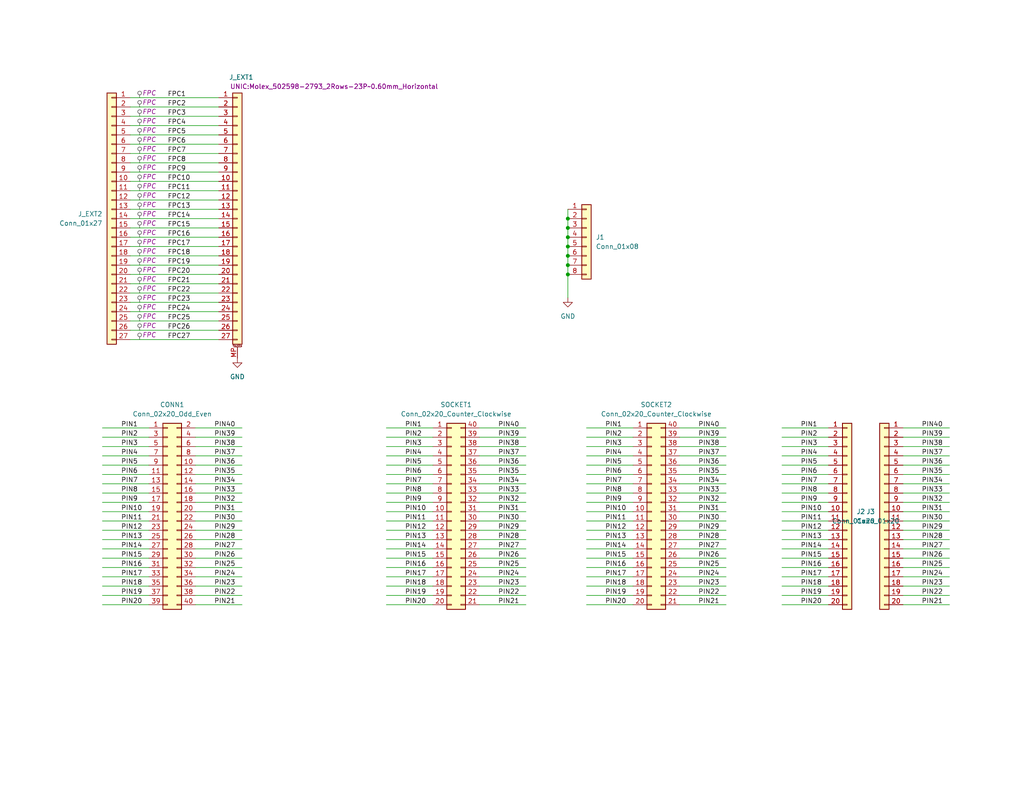
<source format=kicad_sch>
(kicad_sch (version 20231120) (generator "eeschema") (generator_version "8.0")
  (paper "A")
  (title_block (title "UNIC 40") (date "2023-11-24") (rev "1.0") (company "Modular Circuits"))
  (lib_symbols
    (symbol "Connector_Generic:Conn_01x08" (pin_names (offset 1.016) hide)
      (property "Reference" "J" (at 0 10.16 0))
      (property "Value" "Conn_01x08" (at 0 -12.7 0))
      (symbol "Conn_01x08_1_1"
        (rectangle (start -1.27 -10.033) (end 0 -10.287) (stroke (width 0.1524)))
        (rectangle (start -1.27 -7.493) (end 0 -7.747) (stroke (width 0.1524)))
        (rectangle (start -1.27 -4.953) (end 0 -5.207) (stroke (width 0.1524)))
        (rectangle (start -1.27 -2.413) (end 0 -2.667) (stroke (width 0.1524)))
        (rectangle (start -1.27 0.127) (end 0 -0.127) (stroke (width 0.1524)))
        (rectangle (start -1.27 2.667) (end 0 2.413) (stroke (width 0.1524)))
        (rectangle (start -1.27 5.207) (end 0 4.953) (stroke (width 0.1524)))
        (rectangle (start -1.27 7.747) (end 0 7.493) (stroke (width 0.1524)))
        (rectangle (start -1.27 8.89) (end 1.27 -11.43) (stroke (width 0.254)) (fill (type background)))
        (pin passive line (at -5.08 7.62 0) (length 3.81) (name "Pin_1") (number "1"))
        (pin passive line (at -5.08 5.08 0) (length 3.81) (name "Pin_2") (number "2"))
        (pin passive line (at -5.08 2.54 0) (length 3.81) (name "Pin_3") (number "3"))
        (pin passive line (at -5.08 0 0) (length 3.81) (name "Pin_4") (number "4"))
        (pin passive line (at -5.08 -2.54 0) (length 3.81) (name "Pin_5") (number "5"))
        (pin passive line (at -5.08 -5.08 0) (length 3.81) (name "Pin_6") (number "6"))
        (pin passive line (at -5.08 -7.62 0) (length 3.81) (name "Pin_7") (number "7"))
        (pin passive line (at -5.08 -10.16 0) (length 3.81) (name "Pin_8") (number "8"))
      )
    )
    (symbol "Connector_Generic:Conn_01x20" (pin_names (offset 1.016) hide)
      (property "Reference" "J" (at 0 25.4 0))
      (property "Value" "Conn_01x20" (at 0 -27.94 0))
      (symbol "Conn_01x20_1_1"
        (rectangle (start -1.27 -25.273) (end 0 -25.527) (stroke (width 0.1524)))
        (rectangle (start -1.27 -22.733) (end 0 -22.987) (stroke (width 0.1524)))
        (rectangle (start -1.27 -20.193) (end 0 -20.447) (stroke (width 0.1524)))
        (rectangle (start -1.27 -17.653) (end 0 -17.907) (stroke (width 0.1524)))
        (rectangle (start -1.27 -15.113) (end 0 -15.367) (stroke (width 0.1524)))
        (rectangle (start -1.27 -12.573) (end 0 -12.827) (stroke (width 0.1524)))
        (rectangle (start -1.27 -10.033) (end 0 -10.287) (stroke (width 0.1524)))
        (rectangle (start -1.27 -7.493) (end 0 -7.747) (stroke (width 0.1524)))
        (rectangle (start -1.27 -4.953) (end 0 -5.207) (stroke (width 0.1524)))
        (rectangle (start -1.27 -2.413) (end 0 -2.667) (stroke (width 0.1524)))
        (rectangle (start -1.27 0.127) (end 0 -0.127) (stroke (width 0.1524)))
        (rectangle (start -1.27 2.667) (end 0 2.413) (stroke (width 0.1524)))
        (rectangle (start -1.27 5.207) (end 0 4.953) (stroke (width 0.1524)))
        (rectangle (start -1.27 7.747) (end 0 7.493) (stroke (width 0.1524)))
        (rectangle (start -1.27 10.287) (end 0 10.033) (stroke (width 0.1524)))
        (rectangle (start -1.27 12.827) (end 0 12.573) (stroke (width 0.1524)))
        (rectangle (start -1.27 15.367) (end 0 15.113) (stroke (width 0.1524)))
        (rectangle (start -1.27 17.907) (end 0 17.653) (stroke (width 0.1524)))
        (rectangle (start -1.27 20.447) (end 0 20.193) (stroke (width 0.1524)))
        (rectangle (start -1.27 22.987) (end 0 22.733) (stroke (width 0.1524)))
        (rectangle (start -1.27 24.13) (end 1.27 -26.67) (stroke (width 0.254)) (fill (type background)))
        (pin passive line (at -5.08 22.86 0) (length 3.81) (name "Pin_1") (number "1"))
        (pin passive line (at -5.08 0 0) (length 3.81) (name "Pin_10") (number "10"))
        (pin passive line (at -5.08 -2.54 0) (length 3.81) (name "Pin_11") (number "11"))
        (pin passive line (at -5.08 -5.08 0) (length 3.81) (name "Pin_12") (number "12"))
        (pin passive line (at -5.08 -7.62 0) (length 3.81) (name "Pin_13") (number "13"))
        (pin passive line (at -5.08 -10.16 0) (length 3.81) (name "Pin_14") (number "14"))
        (pin passive line (at -5.08 -12.7 0) (length 3.81) (name "Pin_15") (number "15"))
        (pin passive line (at -5.08 -15.24 0) (length 3.81) (name "Pin_16") (number "16"))
        (pin passive line (at -5.08 -17.78 0) (length 3.81) (name "Pin_17") (number "17"))
        (pin passive line (at -5.08 -20.32 0) (length 3.81) (name "Pin_18") (number "18"))
        (pin passive line (at -5.08 -22.86 0) (length 3.81) (name "Pin_19") (number "19"))
        (pin passive line (at -5.08 20.32 0) (length 3.81) (name "Pin_2") (number "2"))
        (pin passive line (at -5.08 -25.4 0) (length 3.81) (name "Pin_20") (number "20"))
        (pin passive line (at -5.08 17.78 0) (length 3.81) (name "Pin_3") (number "3"))
        (pin passive line (at -5.08 15.24 0) (length 3.81) (name "Pin_4") (number "4"))
        (pin passive line (at -5.08 12.7 0) (length 3.81) (name "Pin_5") (number "5"))
        (pin passive line (at -5.08 10.16 0) (length 3.81) (name "Pin_6") (number "6"))
        (pin passive line (at -5.08 7.62 0) (length 3.81) (name "Pin_7") (number "7"))
        (pin passive line (at -5.08 5.08 0) (length 3.81) (name "Pin_8") (number "8"))
        (pin passive line (at -5.08 2.54 0) (length 3.81) (name "Pin_9") (number "9"))
      )
    )
    (symbol "Connector_Generic:Conn_01x27" (pin_names (offset 1.016) hide)
      (property "Reference" "J" (at 0 35.56 0))
      (property "Value" "Conn_01x27" (at 0 -35.56 0))
      (symbol "Conn_01x27_1_1"
        (rectangle (start -1.27 -32.893) (end 0 -33.147) (stroke (width 0.1524)))
        (rectangle (start -1.27 -30.353) (end 0 -30.607) (stroke (width 0.1524)))
        (rectangle (start -1.27 -27.813) (end 0 -28.067) (stroke (width 0.1524)))
        (rectangle (start -1.27 -25.273) (end 0 -25.527) (stroke (width 0.1524)))
        (rectangle (start -1.27 -22.733) (end 0 -22.987) (stroke (width 0.1524)))
        (rectangle (start -1.27 -20.193) (end 0 -20.447) (stroke (width 0.1524)))
        (rectangle (start -1.27 -17.653) (end 0 -17.907) (stroke (width 0.1524)))
        (rectangle (start -1.27 -15.113) (end 0 -15.367) (stroke (width 0.1524)))
        (rectangle (start -1.27 -12.573) (end 0 -12.827) (stroke (width 0.1524)))
        (rectangle (start -1.27 -10.033) (end 0 -10.287) (stroke (width 0.1524)))
        (rectangle (start -1.27 -7.493) (end 0 -7.747) (stroke (width 0.1524)))
        (rectangle (start -1.27 -4.953) (end 0 -5.207) (stroke (width 0.1524)))
        (rectangle (start -1.27 -2.413) (end 0 -2.667) (stroke (width 0.1524)))
        (rectangle (start -1.27 0.127) (end 0 -0.127) (stroke (width 0.1524)))
        (rectangle (start -1.27 2.667) (end 0 2.413) (stroke (width 0.1524)))
        (rectangle (start -1.27 5.207) (end 0 4.953) (stroke (width 0.1524)))
        (rectangle (start -1.27 7.747) (end 0 7.493) (stroke (width 0.1524)))
        (rectangle (start -1.27 10.287) (end 0 10.033) (stroke (width 0.1524)))
        (rectangle (start -1.27 12.827) (end 0 12.573) (stroke (width 0.1524)))
        (rectangle (start -1.27 15.367) (end 0 15.113) (stroke (width 0.1524)))
        (rectangle (start -1.27 17.907) (end 0 17.653) (stroke (width 0.1524)))
        (rectangle (start -1.27 20.447) (end 0 20.193) (stroke (width 0.1524)))
        (rectangle (start -1.27 22.987) (end 0 22.733) (stroke (width 0.1524)))
        (rectangle (start -1.27 25.527) (end 0 25.273) (stroke (width 0.1524)))
        (rectangle (start -1.27 28.067) (end 0 27.813) (stroke (width 0.1524)))
        (rectangle (start -1.27 30.607) (end 0 30.353) (stroke (width 0.1524)))
        (rectangle (start -1.27 33.147) (end 0 32.893) (stroke (width 0.1524)))
        (rectangle (start -1.27 34.29) (end 1.27 -34.29) (stroke (width 0.254)) (fill (type background)))
        (pin passive line (at -5.08 33.02 0) (length 3.81) (name "Pin_1") (number "1"))
        (pin passive line (at -5.08 10.16 0) (length 3.81) (name "Pin_10") (number "10"))
        (pin passive line (at -5.08 7.62 0) (length 3.81) (name "Pin_11") (number "11"))
        (pin passive line (at -5.08 5.08 0) (length 3.81) (name "Pin_12") (number "12"))
        (pin passive line (at -5.08 2.54 0) (length 3.81) (name "Pin_13") (number "13"))
        (pin passive line (at -5.08 0 0) (length 3.81) (name "Pin_14") (number "14"))
        (pin passive line (at -5.08 -2.54 0) (length 3.81) (name "Pin_15") (number "15"))
        (pin passive line (at -5.08 -5.08 0) (length 3.81) (name "Pin_16") (number "16"))
        (pin passive line (at -5.08 -7.62 0) (length 3.81) (name "Pin_17") (number "17"))
        (pin passive line (at -5.08 -10.16 0) (length 3.81) (name "Pin_18") (number "18"))
        (pin passive line (at -5.08 -12.7 0) (length 3.81) (name "Pin_19") (number "19"))
        (pin passive line (at -5.08 30.48 0) (length 3.81) (name "Pin_2") (number "2"))
        (pin passive line (at -5.08 -15.24 0) (length 3.81) (name "Pin_20") (number "20"))
        (pin passive line (at -5.08 -17.78 0) (length 3.81) (name "Pin_21") (number "21"))
        (pin passive line (at -5.08 -20.32 0) (length 3.81) (name "Pin_22") (number "22"))
        (pin passive line (at -5.08 -22.86 0) (length 3.81) (name "Pin_23") (number "23"))
        (pin passive line (at -5.08 -25.4 0) (length 3.81) (name "Pin_24") (number "24"))
        (pin passive line (at -5.08 -27.94 0) (length 3.81) (name "Pin_25") (number "25"))
        (pin passive line (at -5.08 -30.48 0) (length 3.81) (name "Pin_26") (number "26"))
        (pin passive line (at -5.08 -33.02 0) (length 3.81) (name "Pin_27") (number "27"))
        (pin passive line (at -5.08 27.94 0) (length 3.81) (name "Pin_3") (number "3"))
        (pin passive line (at -5.08 25.4 0) (length 3.81) (name "Pin_4") (number "4"))
        (pin passive line (at -5.08 22.86 0) (length 3.81) (name "Pin_5") (number "5"))
        (pin passive line (at -5.08 20.32 0) (length 3.81) (name "Pin_6") (number "6"))
        (pin passive line (at -5.08 17.78 0) (length 3.81) (name "Pin_7") (number "7"))
        (pin passive line (at -5.08 15.24 0) (length 3.81) (name "Pin_8") (number "8"))
        (pin passive line (at -5.08 12.7 0) (length 3.81) (name "Pin_9") (number "9"))
      )
    )
    (symbol "Connector_Generic:Conn_02x20_Counter_Clockwise" (pin_names (offset 1.016) hide)
      (property "Reference" "J" (at 1.27 25.4 0))
      (property "Value" "Conn_02x20_Counter_Clockwise" (at 1.27 -27.94 0))
      (symbol "Conn_02x20_Counter_Clockwise_1_1"
        (rectangle (start -1.27 -25.273) (end 0 -25.527) (stroke (width 0.1524)))
        (rectangle (start -1.27 -22.733) (end 0 -22.987) (stroke (width 0.1524)))
        (rectangle (start -1.27 -20.193) (end 0 -20.447) (stroke (width 0.1524)))
        (rectangle (start -1.27 -17.653) (end 0 -17.907) (stroke (width 0.1524)))
        (rectangle (start -1.27 -15.113) (end 0 -15.367) (stroke (width 0.1524)))
        (rectangle (start -1.27 -12.573) (end 0 -12.827) (stroke (width 0.1524)))
        (rectangle (start -1.27 -10.033) (end 0 -10.287) (stroke (width 0.1524)))
        (rectangle (start -1.27 -7.493) (end 0 -7.747) (stroke (width 0.1524)))
        (rectangle (start -1.27 -4.953) (end 0 -5.207) (stroke (width 0.1524)))
        (rectangle (start -1.27 -2.413) (end 0 -2.667) (stroke (width 0.1524)))
        (rectangle (start -1.27 0.127) (end 0 -0.127) (stroke (width 0.1524)))
        (rectangle (start -1.27 2.667) (end 0 2.413) (stroke (width 0.1524)))
        (rectangle (start -1.27 5.207) (end 0 4.953) (stroke (width 0.1524)))
        (rectangle (start -1.27 7.747) (end 0 7.493) (stroke (width 0.1524)))
        (rectangle (start -1.27 10.287) (end 0 10.033) (stroke (width 0.1524)))
        (rectangle (start -1.27 12.827) (end 0 12.573) (stroke (width 0.1524)))
        (rectangle (start -1.27 15.367) (end 0 15.113) (stroke (width 0.1524)))
        (rectangle (start -1.27 17.907) (end 0 17.653) (stroke (width 0.1524)))
        (rectangle (start -1.27 20.447) (end 0 20.193) (stroke (width 0.1524)))
        (rectangle (start -1.27 22.987) (end 0 22.733) (stroke (width 0.1524)))
        (rectangle (start -1.27 24.13) (end 3.81 -26.67) (stroke (width 0.254)) (fill (type background)))
        (rectangle (start 3.81 -25.273) (end 2.54 -25.527) (stroke (width 0.1524)))
        (rectangle (start 3.81 -22.733) (end 2.54 -22.987) (stroke (width 0.1524)))
        (rectangle (start 3.81 -20.193) (end 2.54 -20.447) (stroke (width 0.1524)))
        (rectangle (start 3.81 -17.653) (end 2.54 -17.907) (stroke (width 0.1524)))
        (rectangle (start 3.81 -15.113) (end 2.54 -15.367) (stroke (width 0.1524)))
        (rectangle (start 3.81 -12.573) (end 2.54 -12.827) (stroke (width 0.1524)))
        (rectangle (start 3.81 -10.033) (end 2.54 -10.287) (stroke (width 0.1524)))
        (rectangle (start 3.81 -7.493) (end 2.54 -7.747) (stroke (width 0.1524)))
        (rectangle (start 3.81 -4.953) (end 2.54 -5.207) (stroke (width 0.1524)))
        (rectangle (start 3.81 -2.413) (end 2.54 -2.667) (stroke (width 0.1524)))
        (rectangle (start 3.81 0.127) (end 2.54 -0.127) (stroke (width 0.1524)))
        (rectangle (start 3.81 2.667) (end 2.54 2.413) (stroke (width 0.1524)))
        (rectangle (start 3.81 5.207) (end 2.54 4.953) (stroke (width 0.1524)))
        (rectangle (start 3.81 7.747) (end 2.54 7.493) (stroke (width 0.1524)))
        (rectangle (start 3.81 10.287) (end 2.54 10.033) (stroke (width 0.1524)))
        (rectangle (start 3.81 12.827) (end 2.54 12.573) (stroke (width 0.1524)))
        (rectangle (start 3.81 15.367) (end 2.54 15.113) (stroke (width 0.1524)))
        (rectangle (start 3.81 17.907) (end 2.54 17.653) (stroke (width 0.1524)))
        (rectangle (start 3.81 20.447) (end 2.54 20.193) (stroke (width 0.1524)))
        (rectangle (start 3.81 22.987) (end 2.54 22.733) (stroke (width 0.1524)))
        (pin passive line (at -5.08 22.86 0) (length 3.81) (name "Pin_1") (number "1"))
        (pin passive line (at -5.08 0 0) (length 3.81) (name "Pin_10") (number "10"))
        (pin passive line (at -5.08 -2.54 0) (length 3.81) (name "Pin_11") (number "11"))
        (pin passive line (at -5.08 -5.08 0) (length 3.81) (name "Pin_12") (number "12"))
        (pin passive line (at -5.08 -7.62 0) (length 3.81) (name "Pin_13") (number "13"))
        (pin passive line (at -5.08 -10.16 0) (length 3.81) (name "Pin_14") (number "14"))
        (pin passive line (at -5.08 -12.7 0) (length 3.81) (name "Pin_15") (number "15"))
        (pin passive line (at -5.08 -15.24 0) (length 3.81) (name "Pin_16") (number "16"))
        (pin passive line (at -5.08 -17.78 0) (length 3.81) (name "Pin_17") (number "17"))
        (pin passive line (at -5.08 -20.32 0) (length 3.81) (name "Pin_18") (number "18"))
        (pin passive line (at -5.08 -22.86 0) (length 3.81) (name "Pin_19") (number "19"))
        (pin passive line (at -5.08 20.32 0) (length 3.81) (name "Pin_2") (number "2"))
        (pin passive line (at -5.08 -25.4 0) (length 3.81) (name "Pin_20") (number "20"))
        (pin passive line (at 7.62 -25.4 180) (length 3.81) (name "Pin_21") (number "21"))
        (pin passive line (at 7.62 -22.86 180) (length 3.81) (name "Pin_22") (number "22"))
        (pin passive line (at 7.62 -20.32 180) (length 3.81) (name "Pin_23") (number "23"))
        (pin passive line (at 7.62 -17.78 180) (length 3.81) (name "Pin_24") (number "24"))
        (pin passive line (at 7.62 -15.24 180) (length 3.81) (name "Pin_25") (number "25"))
        (pin passive line (at 7.62 -12.7 180) (length 3.81) (name "Pin_26") (number "26"))
        (pin passive line (at 7.62 -10.16 180) (length 3.81) (name "Pin_27") (number "27"))
        (pin passive line (at 7.62 -7.62 180) (length 3.81) (name "Pin_28") (number "28"))
        (pin passive line (at 7.62 -5.08 180) (length 3.81) (name "Pin_29") (number "29"))
        (pin passive line (at -5.08 17.78 0) (length 3.81) (name "Pin_3") (number "3"))
        (pin passive line (at 7.62 -2.54 180) (length 3.81) (name "Pin_30") (number "30"))
        (pin passive line (at 7.62 0 180) (length 3.81) (name "Pin_31") (number "31"))
        (pin passive line (at 7.62 2.54 180) (length 3.81) (name "Pin_32") (number "32"))
        (pin passive line (at 7.62 5.08 180) (length 3.81) (name "Pin_33") (number "33"))
        (pin passive line (at 7.62 7.62 180) (length 3.81) (name "Pin_34") (number "34"))
        (pin passive line (at 7.62 10.16 180) (length 3.81) (name "Pin_35") (number "35"))
        (pin passive line (at 7.62 12.7 180) (length 3.81) (name "Pin_36") (number "36"))
        (pin passive line (at 7.62 15.24 180) (length 3.81) (name "Pin_37") (number "37"))
        (pin passive line (at 7.62 17.78 180) (length 3.81) (name "Pin_38") (number "38"))
        (pin passive line (at 7.62 20.32 180) (length 3.81) (name "Pin_39") (number "39"))
        (pin passive line (at -5.08 15.24 0) (length 3.81) (name "Pin_4") (number "4"))
        (pin passive line (at 7.62 22.86 180) (length 3.81) (name "Pin_40") (number "40"))
        (pin passive line (at -5.08 12.7 0) (length 3.81) (name "Pin_5") (number "5"))
        (pin passive line (at -5.08 10.16 0) (length 3.81) (name "Pin_6") (number "6"))
        (pin passive line (at -5.08 7.62 0) (length 3.81) (name "Pin_7") (number "7"))
        (pin passive line (at -5.08 5.08 0) (length 3.81) (name "Pin_8") (number "8"))
        (pin passive line (at -5.08 2.54 0) (length 3.81) (name "Pin_9") (number "9"))
      )
    )
    (symbol "Connector_Generic:Conn_02x20_Odd_Even" (pin_names (offset 1.016) hide)
      (property "Reference" "J" (at 1.27 25.4 0))
      (property "Value" "Conn_02x20_Odd_Even" (at 1.27 -27.94 0))
      (symbol "Conn_02x20_Odd_Even_1_1"
        (rectangle (start -1.27 -25.273) (end 0 -25.527) (stroke (width 0.1524)))
        (rectangle (start -1.27 -22.733) (end 0 -22.987) (stroke (width 0.1524)))
        (rectangle (start -1.27 -20.193) (end 0 -20.447) (stroke (width 0.1524)))
        (rectangle (start -1.27 -17.653) (end 0 -17.907) (stroke (width 0.1524)))
        (rectangle (start -1.27 -15.113) (end 0 -15.367) (stroke (width 0.1524)))
        (rectangle (start -1.27 -12.573) (end 0 -12.827) (stroke (width 0.1524)))
        (rectangle (start -1.27 -10.033) (end 0 -10.287) (stroke (width 0.1524)))
        (rectangle (start -1.27 -7.493) (end 0 -7.747) (stroke (width 0.1524)))
        (rectangle (start -1.27 -4.953) (end 0 -5.207) (stroke (width 0.1524)))
        (rectangle (start -1.27 -2.413) (end 0 -2.667) (stroke (width 0.1524)))
        (rectangle (start -1.27 0.127) (end 0 -0.127) (stroke (width 0.1524)))
        (rectangle (start -1.27 2.667) (end 0 2.413) (stroke (width 0.1524)))
        (rectangle (start -1.27 5.207) (end 0 4.953) (stroke (width 0.1524)))
        (rectangle (start -1.27 7.747) (end 0 7.493) (stroke (width 0.1524)))
        (rectangle (start -1.27 10.287) (end 0 10.033) (stroke (width 0.1524)))
        (rectangle (start -1.27 12.827) (end 0 12.573) (stroke (width 0.1524)))
        (rectangle (start -1.27 15.367) (end 0 15.113) (stroke (width 0.1524)))
        (rectangle (start -1.27 17.907) (end 0 17.653) (stroke (width 0.1524)))
        (rectangle (start -1.27 20.447) (end 0 20.193) (stroke (width 0.1524)))
        (rectangle (start -1.27 22.987) (end 0 22.733) (stroke (width 0.1524)))
        (rectangle (start -1.27 24.13) (end 3.81 -26.67) (stroke (width 0.254)) (fill (type background)))
        (rectangle (start 3.81 -25.273) (end 2.54 -25.527) (stroke (width 0.1524)))
        (rectangle (start 3.81 -22.733) (end 2.54 -22.987) (stroke (width 0.1524)))
        (rectangle (start 3.81 -20.193) (end 2.54 -20.447) (stroke (width 0.1524)))
        (rectangle (start 3.81 -17.653) (end 2.54 -17.907) (stroke (width 0.1524)))
        (rectangle (start 3.81 -15.113) (end 2.54 -15.367) (stroke (width 0.1524)))
        (rectangle (start 3.81 -12.573) (end 2.54 -12.827) (stroke (width 0.1524)))
        (rectangle (start 3.81 -10.033) (end 2.54 -10.287) (stroke (width 0.1524)))
        (rectangle (start 3.81 -7.493) (end 2.54 -7.747) (stroke (width 0.1524)))
        (rectangle (start 3.81 -4.953) (end 2.54 -5.207) (stroke (width 0.1524)))
        (rectangle (start 3.81 -2.413) (end 2.54 -2.667) (stroke (width 0.1524)))
        (rectangle (start 3.81 0.127) (end 2.54 -0.127) (stroke (width 0.1524)))
        (rectangle (start 3.81 2.667) (end 2.54 2.413) (stroke (width 0.1524)))
        (rectangle (start 3.81 5.207) (end 2.54 4.953) (stroke (width 0.1524)))
        (rectangle (start 3.81 7.747) (end 2.54 7.493) (stroke (width 0.1524)))
        (rectangle (start 3.81 10.287) (end 2.54 10.033) (stroke (width 0.1524)))
        (rectangle (start 3.81 12.827) (end 2.54 12.573) (stroke (width 0.1524)))
        (rectangle (start 3.81 15.367) (end 2.54 15.113) (stroke (width 0.1524)))
        (rectangle (start 3.81 17.907) (end 2.54 17.653) (stroke (width 0.1524)))
        (rectangle (start 3.81 20.447) (end 2.54 20.193) (stroke (width 0.1524)))
        (rectangle (start 3.81 22.987) (end 2.54 22.733) (stroke (width 0.1524)))
        (pin passive line (at -5.08 22.86 0) (length 3.81) (name "Pin_1") (number "1"))
        (pin passive line (at 7.62 12.7 180) (length 3.81) (name "Pin_10") (number "10"))
        (pin passive line (at -5.08 10.16 0) (length 3.81) (name "Pin_11") (number "11"))
        (pin passive line (at 7.62 10.16 180) (length 3.81) (name "Pin_12") (number "12"))
        (pin passive line (at -5.08 7.62 0) (length 3.81) (name "Pin_13") (number "13"))
        (pin passive line (at 7.62 7.62 180) (length 3.81) (name "Pin_14") (number "14"))
        (pin passive line (at -5.08 5.08 0) (length 3.81) (name "Pin_15") (number "15"))
        (pin passive line (at 7.62 5.08 180) (length 3.81) (name "Pin_16") (number "16"))
        (pin passive line (at -5.08 2.54 0) (length 3.81) (name "Pin_17") (number "17"))
        (pin passive line (at 7.62 2.54 180) (length 3.81) (name "Pin_18") (number "18"))
        (pin passive line (at -5.08 0 0) (length 3.81) (name "Pin_19") (number "19"))
        (pin passive line (at 7.62 22.86 180) (length 3.81) (name "Pin_2") (number "2"))
        (pin passive line (at 7.62 0 180) (length 3.81) (name "Pin_20") (number "20"))
        (pin passive line (at -5.08 -2.54 0) (length 3.81) (name "Pin_21") (number "21"))
        (pin passive line (at 7.62 -2.54 180) (length 3.81) (name "Pin_22") (number "22"))
        (pin passive line (at -5.08 -5.08 0) (length 3.81) (name "Pin_23") (number "23"))
        (pin passive line (at 7.62 -5.08 180) (length 3.81) (name "Pin_24") (number "24"))
        (pin passive line (at -5.08 -7.62 0) (length 3.81) (name "Pin_25") (number "25"))
        (pin passive line (at 7.62 -7.62 180) (length 3.81) (name "Pin_26") (number "26"))
        (pin passive line (at -5.08 -10.16 0) (length 3.81) (name "Pin_27") (number "27"))
        (pin passive line (at 7.62 -10.16 180) (length 3.81) (name "Pin_28") (number "28"))
        (pin passive line (at -5.08 -12.7 0) (length 3.81) (name "Pin_29") (number "29"))
        (pin passive line (at -5.08 20.32 0) (length 3.81) (name "Pin_3") (number "3"))
        (pin passive line (at 7.62 -12.7 180) (length 3.81) (name "Pin_30") (number "30"))
        (pin passive line (at -5.08 -15.24 0) (length 3.81) (name "Pin_31") (number "31"))
        (pin passive line (at 7.62 -15.24 180) (length 3.81) (name "Pin_32") (number "32"))
        (pin passive line (at -5.08 -17.78 0) (length 3.81) (name "Pin_33") (number "33"))
        (pin passive line (at 7.62 -17.78 180) (length 3.81) (name "Pin_34") (number "34"))
        (pin passive line (at -5.08 -20.32 0) (length 3.81) (name "Pin_35") (number "35"))
        (pin passive line (at 7.62 -20.32 180) (length 3.81) (name "Pin_36") (number "36"))
        (pin passive line (at -5.08 -22.86 0) (length 3.81) (name "Pin_37") (number "37"))
        (pin passive line (at 7.62 -22.86 180) (length 3.81) (name "Pin_38") (number "38"))
        (pin passive line (at -5.08 -25.4 0) (length 3.81) (name "Pin_39") (number "39"))
        (pin passive line (at 7.62 20.32 180) (length 3.81) (name "Pin_4") (number "4"))
        (pin passive line (at 7.62 -25.4 180) (length 3.81) (name "Pin_40") (number "40"))
        (pin passive line (at -5.08 17.78 0) (length 3.81) (name "Pin_5") (number "5"))
        (pin passive line (at 7.62 17.78 180) (length 3.81) (name "Pin_6") (number "6"))
        (pin passive line (at -5.08 15.24 0) (length 3.81) (name "Pin_7") (number "7"))
        (pin passive line (at 7.62 15.24 180) (length 3.81) (name "Pin_8") (number "8"))
        (pin passive line (at -5.08 12.7 0) (length 3.81) (name "Pin_9") (number "9"))
      )
    )
    (symbol "Connector_Generic_MountingPin:Conn_01x27_MountingPin" (pin_names (offset 1.016) hide)
      (property "Reference" "J" (at 0 35.56 0))
      (property "Value" "Conn_01x27_MountingPin" (at 1.27 -35.56 0))
      (symbol "Conn_01x27_MountingPin_1_1"
        (rectangle (start -1.27 -32.893) (end 0 -33.147) (stroke (width 0.1524)))
        (rectangle (start -1.27 -30.353) (end 0 -30.607) (stroke (width 0.1524)))
        (rectangle (start -1.27 -27.813) (end 0 -28.067) (stroke (width 0.1524)))
        (rectangle (start -1.27 -25.273) (end 0 -25.527) (stroke (width 0.1524)))
        (rectangle (start -1.27 -22.733) (end 0 -22.987) (stroke (width 0.1524)))
        (rectangle (start -1.27 -20.193) (end 0 -20.447) (stroke (width 0.1524)))
        (rectangle (start -1.27 -17.653) (end 0 -17.907) (stroke (width 0.1524)))
        (rectangle (start -1.27 -15.113) (end 0 -15.367) (stroke (width 0.1524)))
        (rectangle (start -1.27 -12.573) (end 0 -12.827) (stroke (width 0.1524)))
        (rectangle (start -1.27 -10.033) (end 0 -10.287) (stroke (width 0.1524)))
        (rectangle (start -1.27 -7.493) (end 0 -7.747) (stroke (width 0.1524)))
        (rectangle (start -1.27 -4.953) (end 0 -5.207) (stroke (width 0.1524)))
        (rectangle (start -1.27 -2.413) (end 0 -2.667) (stroke (width 0.1524)))
        (rectangle (start -1.27 0.127) (end 0 -0.127) (stroke (width 0.1524)))
        (rectangle (start -1.27 2.667) (end 0 2.413) (stroke (width 0.1524)))
        (rectangle (start -1.27 5.207) (end 0 4.953) (stroke (width 0.1524)))
        (rectangle (start -1.27 7.747) (end 0 7.493) (stroke (width 0.1524)))
        (rectangle (start -1.27 10.287) (end 0 10.033) (stroke (width 0.1524)))
        (rectangle (start -1.27 12.827) (end 0 12.573) (stroke (width 0.1524)))
        (rectangle (start -1.27 15.367) (end 0 15.113) (stroke (width 0.1524)))
        (rectangle (start -1.27 17.907) (end 0 17.653) (stroke (width 0.1524)))
        (rectangle (start -1.27 20.447) (end 0 20.193) (stroke (width 0.1524)))
        (rectangle (start -1.27 22.987) (end 0 22.733) (stroke (width 0.1524)))
        (rectangle (start -1.27 25.527) (end 0 25.273) (stroke (width 0.1524)))
        (rectangle (start -1.27 28.067) (end 0 27.813) (stroke (width 0.1524)))
        (rectangle (start -1.27 30.607) (end 0 30.353) (stroke (width 0.1524)))
        (rectangle (start -1.27 33.147) (end 0 32.893) (stroke (width 0.1524)))
        (rectangle (start -1.27 34.29) (end 1.27 -34.29) (stroke (width 0.254)) (fill (type background)))
        (polyline (pts (xy -1.016 -35.052) (xy 1.016 -35.052)) (stroke (width 0.1524)))
        (text "Mounting" (at 0 -34.671 0) (effects (font (size 0.381 0.381))))
        (pin passive line (at -5.08 33.02 0) (length 3.81) (name "Pin_1") (number "1"))
        (pin passive line (at -5.08 10.16 0) (length 3.81) (name "Pin_10") (number "10"))
        (pin passive line (at -5.08 7.62 0) (length 3.81) (name "Pin_11") (number "11"))
        (pin passive line (at -5.08 5.08 0) (length 3.81) (name "Pin_12") (number "12"))
        (pin passive line (at -5.08 2.54 0) (length 3.81) (name "Pin_13") (number "13"))
        (pin passive line (at -5.08 0 0) (length 3.81) (name "Pin_14") (number "14"))
        (pin passive line (at -5.08 -2.54 0) (length 3.81) (name "Pin_15") (number "15"))
        (pin passive line (at -5.08 -5.08 0) (length 3.81) (name "Pin_16") (number "16"))
        (pin passive line (at -5.08 -7.62 0) (length 3.81) (name "Pin_17") (number "17"))
        (pin passive line (at -5.08 -10.16 0) (length 3.81) (name "Pin_18") (number "18"))
        (pin passive line (at -5.08 -12.7 0) (length 3.81) (name "Pin_19") (number "19"))
        (pin passive line (at -5.08 30.48 0) (length 3.81) (name "Pin_2") (number "2"))
        (pin passive line (at -5.08 -15.24 0) (length 3.81) (name "Pin_20") (number "20"))
        (pin passive line (at -5.08 -17.78 0) (length 3.81) (name "Pin_21") (number "21"))
        (pin passive line (at -5.08 -20.32 0) (length 3.81) (name "Pin_22") (number "22"))
        (pin passive line (at -5.08 -22.86 0) (length 3.81) (name "Pin_23") (number "23"))
        (pin passive line (at -5.08 -25.4 0) (length 3.81) (name "Pin_24") (number "24"))
        (pin passive line (at -5.08 -27.94 0) (length 3.81) (name "Pin_25") (number "25"))
        (pin passive line (at -5.08 -30.48 0) (length 3.81) (name "Pin_26") (number "26"))
        (pin passive line (at -5.08 -33.02 0) (length 3.81) (name "Pin_27") (number "27"))
        (pin passive line (at -5.08 27.94 0) (length 3.81) (name "Pin_3") (number "3"))
        (pin passive line (at -5.08 25.4 0) (length 3.81) (name "Pin_4") (number "4"))
        (pin passive line (at -5.08 22.86 0) (length 3.81) (name "Pin_5") (number "5"))
        (pin passive line (at -5.08 20.32 0) (length 3.81) (name "Pin_6") (number "6"))
        (pin passive line (at -5.08 17.78 0) (length 3.81) (name "Pin_7") (number "7"))
        (pin passive line (at -5.08 15.24 0) (length 3.81) (name "Pin_8") (number "8"))
        (pin passive line (at -5.08 12.7 0) (length 3.81) (name "Pin_9") (number "9"))
        (pin passive line (at 0 -38.1 90) (length 3.048) (name "MountPin") (number "MP"))
      )
    )
    (symbol "power:GND" (power) (pin_names (offset 0))
      (property "Value" "GND" (at 0 -3.81 0))
      (symbol "GND_0_1"
        (polyline (pts (xy 0 0) (xy 0 -1.27) (xy 1.27 -1.27) (xy 0 -2.54) (xy -1.27 -1.27) (xy 0 -1.27)))
      )
      (symbol "GND_1_1"
        (pin power_in line (at 0 0 270) (length 0) hide (name "GND") (number "1"))
      )
    )
  )
  (junction (at 154.94 64.77))
  (junction (at 154.94 74.93))
  (junction (at 154.94 62.23))
  (junction (at 154.94 69.85))
  (junction (at 154.94 59.69))
  (junction (at 154.94 67.31))
  (junction (at 154.94 72.39))
  (wire (pts (xy 246.38 127) (xy 259.08 127)))
  (wire (pts (xy 53.34 129.54) (xy 66.04 129.54)))
  (wire (pts (xy 27.94 129.54) (xy 40.64 129.54)))
  (wire (pts (xy 35.56 90.17) (xy 59.69 90.17)))
  (wire (pts (xy 35.56 80.01) (xy 59.69 80.01)))
  (wire (pts (xy 246.38 121.92) (xy 259.08 121.92)))
  (wire (pts (xy 35.56 41.91) (xy 59.69 41.91)))
  (wire (pts (xy 35.56 46.99) (xy 59.69 46.99)))
  (wire (pts (xy 53.34 127) (xy 66.04 127)))
  (wire (pts (xy 160.02 132.08) (xy 172.72 132.08)))
  (wire (pts (xy 35.56 85.09) (xy 59.69 85.09)))
  (wire (pts (xy 213.36 124.46) (xy 226.06 124.46)))
  (wire (pts (xy 53.34 160.02) (xy 66.04 160.02)))
  (wire (pts (xy 35.56 87.63) (xy 59.69 87.63)))
  (wire (pts (xy 246.38 137.16) (xy 259.08 137.16)))
  (wire (pts (xy 213.36 152.4) (xy 226.06 152.4)))
  (wire (pts (xy 185.42 162.56) (xy 198.12 162.56)))
  (wire (pts (xy 53.34 142.24) (xy 66.04 142.24)))
  (wire (pts (xy 53.34 132.08) (xy 66.04 132.08)))
  (wire (pts (xy 213.36 137.16) (xy 226.06 137.16)))
  (wire (pts (xy 185.42 154.94) (xy 198.12 154.94)))
  (wire (pts (xy 35.56 44.45) (xy 59.69 44.45)))
  (wire (pts (xy 213.36 160.02) (xy 226.06 160.02)))
  (wire (pts (xy 105.41 137.16) (xy 118.11 137.16)))
  (wire (pts (xy 160.02 139.7) (xy 172.72 139.7)))
  (wire (pts (xy 53.34 134.62) (xy 66.04 134.62)))
  (wire (pts (xy 35.56 67.31) (xy 59.69 67.31)))
  (wire (pts (xy 185.42 116.84) (xy 198.12 116.84)))
  (wire (pts (xy 53.34 119.38) (xy 66.04 119.38)))
  (wire (pts (xy 185.42 127) (xy 198.12 127)))
  (wire (pts (xy 35.56 34.29) (xy 59.69 34.29)))
  (wire (pts (xy 27.94 157.48) (xy 40.64 157.48)))
  (wire (pts (xy 246.38 157.48) (xy 259.08 157.48)))
  (wire (pts (xy 154.94 57.15) (xy 154.94 59.69)))
  (wire (pts (xy 185.42 129.54) (xy 198.12 129.54)))
  (wire (pts (xy 35.56 39.37) (xy 59.69 39.37)))
  (wire (pts (xy 35.56 26.67) (xy 59.69 26.67)))
  (wire (pts (xy 246.38 124.46) (xy 259.08 124.46)))
  (wire (pts (xy 213.36 142.24) (xy 226.06 142.24)))
  (wire (pts (xy 105.41 160.02) (xy 118.11 160.02)))
  (wire (pts (xy 213.36 147.32) (xy 226.06 147.32)))
  (wire (pts (xy 105.41 124.46) (xy 118.11 124.46)))
  (wire (pts (xy 35.56 36.83) (xy 59.69 36.83)))
  (wire (pts (xy 160.02 116.84) (xy 172.72 116.84)))
  (wire (pts (xy 35.56 69.85) (xy 59.69 69.85)))
  (wire (pts (xy 160.02 119.38) (xy 172.72 119.38)))
  (wire (pts (xy 130.81 119.38) (xy 143.51 119.38)))
  (wire (pts (xy 130.81 162.56) (xy 143.51 162.56)))
  (wire (pts (xy 53.34 157.48) (xy 66.04 157.48)))
  (wire (pts (xy 160.02 137.16) (xy 172.72 137.16)))
  (wire (pts (xy 27.94 152.4) (xy 40.64 152.4)))
  (wire (pts (xy 160.02 129.54) (xy 172.72 129.54)))
  (wire (pts (xy 246.38 144.78) (xy 259.08 144.78)))
  (wire (pts (xy 213.36 162.56) (xy 226.06 162.56)))
  (wire (pts (xy 105.41 139.7) (xy 118.11 139.7)))
  (wire (pts (xy 185.42 137.16) (xy 198.12 137.16)))
  (wire (pts (xy 35.56 52.07) (xy 59.69 52.07)))
  (wire (pts (xy 213.36 134.62) (xy 226.06 134.62)))
  (wire (pts (xy 185.42 147.32) (xy 198.12 147.32)))
  (wire (pts (xy 105.41 152.4) (xy 118.11 152.4)))
  (wire (pts (xy 27.94 119.38) (xy 40.64 119.38)))
  (wire (pts (xy 185.42 165.1) (xy 198.12 165.1)))
  (wire (pts (xy 27.94 137.16) (xy 40.64 137.16)))
  (wire (pts (xy 35.56 54.61) (xy 59.69 54.61)))
  (wire (pts (xy 105.41 157.48) (xy 118.11 157.48)))
  (wire (pts (xy 35.56 57.15) (xy 59.69 57.15)))
  (wire (pts (xy 27.94 162.56) (xy 40.64 162.56)))
  (wire (pts (xy 160.02 152.4) (xy 172.72 152.4)))
  (wire (pts (xy 53.34 139.7) (xy 66.04 139.7)))
  (wire (pts (xy 105.41 149.86) (xy 118.11 149.86)))
  (wire (pts (xy 246.38 160.02) (xy 259.08 160.02)))
  (wire (pts (xy 213.36 127) (xy 226.06 127)))
  (wire (pts (xy 27.94 144.78) (xy 40.64 144.78)))
  (wire (pts (xy 130.81 129.54) (xy 143.51 129.54)))
  (wire (pts (xy 130.81 137.16) (xy 143.51 137.16)))
  (wire (pts (xy 160.02 127) (xy 172.72 127)))
  (wire (pts (xy 130.81 139.7) (xy 143.51 139.7)))
  (wire (pts (xy 35.56 72.39) (xy 59.69 72.39)))
  (wire (pts (xy 35.56 49.53) (xy 59.69 49.53)))
  (wire (pts (xy 105.41 134.62) (xy 118.11 134.62)))
  (wire (pts (xy 53.34 124.46) (xy 66.04 124.46)))
  (wire (pts (xy 213.36 119.38) (xy 226.06 119.38)))
  (wire (pts (xy 160.02 121.92) (xy 172.72 121.92)))
  (wire (pts (xy 160.02 142.24) (xy 172.72 142.24)))
  (wire (pts (xy 105.41 154.94) (xy 118.11 154.94)))
  (wire (pts (xy 130.81 154.94) (xy 143.51 154.94)))
  (wire (pts (xy 35.56 82.55) (xy 59.69 82.55)))
  (wire (pts (xy 27.94 149.86) (xy 40.64 149.86)))
  (wire (pts (xy 185.42 132.08) (xy 198.12 132.08)))
  (wire (pts (xy 130.81 132.08) (xy 143.51 132.08)))
  (wire (pts (xy 130.81 149.86) (xy 143.51 149.86)))
  (wire (pts (xy 185.42 149.86) (xy 198.12 149.86)))
  (wire (pts (xy 130.81 142.24) (xy 143.51 142.24)))
  (wire (pts (xy 105.41 132.08) (xy 118.11 132.08)))
  (wire (pts (xy 53.34 137.16) (xy 66.04 137.16)))
  (wire (pts (xy 105.41 121.92) (xy 118.11 121.92)))
  (wire (pts (xy 213.36 165.1) (xy 226.06 165.1)))
  (wire (pts (xy 130.81 134.62) (xy 143.51 134.62)))
  (wire (pts (xy 27.94 127) (xy 40.64 127)))
  (wire (pts (xy 154.94 74.93) (xy 154.94 81.28)))
  (wire (pts (xy 154.94 67.31) (xy 154.94 69.85)))
  (wire (pts (xy 35.56 29.21) (xy 59.69 29.21)))
  (wire (pts (xy 213.36 121.92) (xy 226.06 121.92)))
  (wire (pts (xy 185.42 160.02) (xy 198.12 160.02)))
  (wire (pts (xy 105.41 162.56) (xy 118.11 162.56)))
  (wire (pts (xy 35.56 31.75) (xy 59.69 31.75)))
  (wire (pts (xy 27.94 165.1) (xy 40.64 165.1)))
  (wire (pts (xy 105.41 142.24) (xy 118.11 142.24)))
  (wire (pts (xy 27.94 154.94) (xy 40.64 154.94)))
  (wire (pts (xy 213.36 116.84) (xy 226.06 116.84)))
  (wire (pts (xy 53.34 152.4) (xy 66.04 152.4)))
  (wire (pts (xy 130.81 127) (xy 143.51 127)))
  (wire (pts (xy 154.94 69.85) (xy 154.94 72.39)))
  (wire (pts (xy 213.36 129.54) (xy 226.06 129.54)))
  (wire (pts (xy 185.42 124.46) (xy 198.12 124.46)))
  (wire (pts (xy 246.38 132.08) (xy 259.08 132.08)))
  (wire (pts (xy 27.94 132.08) (xy 40.64 132.08)))
  (wire (pts (xy 53.34 116.84) (xy 66.04 116.84)))
  (wire (pts (xy 154.94 64.77) (xy 154.94 67.31)))
  (wire (pts (xy 160.02 162.56) (xy 172.72 162.56)))
  (wire (pts (xy 246.38 147.32) (xy 259.08 147.32)))
  (wire (pts (xy 213.36 139.7) (xy 226.06 139.7)))
  (wire (pts (xy 105.41 129.54) (xy 118.11 129.54)))
  (wire (pts (xy 105.41 127) (xy 118.11 127)))
  (wire (pts (xy 35.56 77.47) (xy 59.69 77.47)))
  (wire (pts (xy 213.36 149.86) (xy 226.06 149.86)))
  (wire (pts (xy 154.94 72.39) (xy 154.94 74.93)))
  (wire (pts (xy 35.56 62.23) (xy 59.69 62.23)))
  (wire (pts (xy 27.94 134.62) (xy 40.64 134.62)))
  (wire (pts (xy 53.34 154.94) (xy 66.04 154.94)))
  (wire (pts (xy 160.02 157.48) (xy 172.72 157.48)))
  (wire (pts (xy 246.38 142.24) (xy 259.08 142.24)))
  (wire (pts (xy 27.94 160.02) (xy 40.64 160.02)))
  (wire (pts (xy 130.81 121.92) (xy 143.51 121.92)))
  (wire (pts (xy 246.38 116.84) (xy 259.08 116.84)))
  (wire (pts (xy 246.38 162.56) (xy 259.08 162.56)))
  (wire (pts (xy 130.81 116.84) (xy 143.51 116.84)))
  (wire (pts (xy 35.56 64.77) (xy 59.69 64.77)))
  (wire (pts (xy 185.42 152.4) (xy 198.12 152.4)))
  (wire (pts (xy 105.41 165.1) (xy 118.11 165.1)))
  (wire (pts (xy 27.94 116.84) (xy 40.64 116.84)))
  (wire (pts (xy 53.34 162.56) (xy 66.04 162.56)))
  (wire (pts (xy 53.34 165.1) (xy 66.04 165.1)))
  (wire (pts (xy 53.34 147.32) (xy 66.04 147.32)))
  (wire (pts (xy 246.38 139.7) (xy 259.08 139.7)))
  (wire (pts (xy 130.81 160.02) (xy 143.51 160.02)))
  (wire (pts (xy 154.94 59.69) (xy 154.94 62.23)))
  (wire (pts (xy 185.42 142.24) (xy 198.12 142.24)))
  (wire (pts (xy 53.34 144.78) (xy 66.04 144.78)))
  (wire (pts (xy 27.94 142.24) (xy 40.64 142.24)))
  (wire (pts (xy 35.56 74.93) (xy 59.69 74.93)))
  (wire (pts (xy 160.02 165.1) (xy 172.72 165.1)))
  (wire (pts (xy 213.36 132.08) (xy 226.06 132.08)))
  (wire (pts (xy 35.56 92.71) (xy 59.69 92.71)))
  (wire (pts (xy 160.02 134.62) (xy 172.72 134.62)))
  (wire (pts (xy 105.41 147.32) (xy 118.11 147.32)))
  (wire (pts (xy 130.81 147.32) (xy 143.51 147.32)))
  (wire (pts (xy 53.34 121.92) (xy 66.04 121.92)))
  (wire (pts (xy 130.81 124.46) (xy 143.51 124.46)))
  (wire (pts (xy 185.42 157.48) (xy 198.12 157.48)))
  (wire (pts (xy 160.02 144.78) (xy 172.72 144.78)))
  (wire (pts (xy 160.02 147.32) (xy 172.72 147.32)))
  (wire (pts (xy 160.02 149.86) (xy 172.72 149.86)))
  (wire (pts (xy 160.02 124.46) (xy 172.72 124.46)))
  (wire (pts (xy 105.41 116.84) (xy 118.11 116.84)))
  (wire (pts (xy 27.94 121.92) (xy 40.64 121.92)))
  (wire (pts (xy 213.36 157.48) (xy 226.06 157.48)))
  (wire (pts (xy 246.38 134.62) (xy 259.08 134.62)))
  (wire (pts (xy 105.41 119.38) (xy 118.11 119.38)))
  (wire (pts (xy 160.02 160.02) (xy 172.72 160.02)))
  (wire (pts (xy 27.94 147.32) (xy 40.64 147.32)))
  (wire (pts (xy 105.41 144.78) (xy 118.11 144.78)))
  (wire (pts (xy 27.94 139.7) (xy 40.64 139.7)))
  (wire (pts (xy 185.42 139.7) (xy 198.12 139.7)))
  (wire (pts (xy 246.38 165.1) (xy 259.08 165.1)))
  (wire (pts (xy 246.38 129.54) (xy 259.08 129.54)))
  (wire (pts (xy 53.34 149.86) (xy 66.04 149.86)))
  (wire (pts (xy 246.38 152.4) (xy 259.08 152.4)))
  (wire (pts (xy 246.38 119.38) (xy 259.08 119.38)))
  (wire (pts (xy 213.36 154.94) (xy 226.06 154.94)))
  (wire (pts (xy 185.42 144.78) (xy 198.12 144.78)))
  (wire (pts (xy 130.81 165.1) (xy 143.51 165.1)))
  (wire (pts (xy 246.38 154.94) (xy 259.08 154.94)))
  (wire (pts (xy 160.02 154.94) (xy 172.72 154.94)))
  (wire (pts (xy 246.38 149.86) (xy 259.08 149.86)))
  (wire (pts (xy 130.81 144.78) (xy 143.51 144.78)))
  (wire (pts (xy 213.36 144.78) (xy 226.06 144.78)))
  (wire (pts (xy 27.94 124.46) (xy 40.64 124.46)))
  (wire (pts (xy 185.42 121.92) (xy 198.12 121.92)))
  (wire (pts (xy 185.42 134.62) (xy 198.12 134.62)))
  (wire (pts (xy 130.81 157.48) (xy 143.51 157.48)))
  (wire (pts (xy 130.81 152.4) (xy 143.51 152.4)))
  (wire (pts (xy 35.56 59.69) (xy 59.69 59.69)))
  (wire (pts (xy 185.42 119.38) (xy 198.12 119.38)))
  (wire (pts (xy 154.94 62.23) (xy 154.94 64.77)))
  (label "PIN7" (at 33.02 132.08 0))
  (label "PIN22" (at 58.42 162.56 0))
  (label "PIN9" (at 165.1 137.16 0))
  (label "PIN9" (at 33.02 137.16 0))
  (label "PIN3" (at 218.44 121.92 0))
  (label "PIN17" (at 218.44 157.48 0))
  (label "PIN40" (at 135.89 116.84 0))
  (label "FPC26" (at 45.72 90.17 0))
  (label "PIN13" (at 33.02 147.32 0))
  (label "PIN40" (at 190.5 116.84 0))
  (label "PIN6" (at 33.02 129.54 0))
  (label "PIN7" (at 218.44 132.08 0))
  (label "PIN13" (at 165.1 147.32 0))
  (label "PIN4" (at 110.49 124.46 0))
  (label "PIN11" (at 110.49 142.24 0))
  (label "PIN19" (at 110.49 162.56 0))
  (label "FPC27" (at 45.72 92.71 0))
  (label "PIN32" (at 251.46 137.16 0))
  (label "FPC15" (at 45.72 62.23 0))
  (label "FPC19" (at 45.72 72.39 0))
  (label "FPC25" (at 45.72 87.63 0))
  (label "PIN37" (at 135.89 124.46 0))
  (label "PIN33" (at 135.89 134.62 0))
  (label "PIN19" (at 165.1 162.56 0))
  (label "FPC5" (at 45.72 36.83 0))
  (label "PIN11" (at 33.02 142.24 0))
  (label "FPC10" (at 45.72 49.53 0))
  (label "PIN1" (at 165.1 116.84 0))
  (label "FPC2" (at 45.72 29.21 0))
  (label "PIN26" (at 135.89 152.4 0))
  (label "PIN20" (at 33.02 165.1 0))
  (label "PIN1" (at 110.49 116.84 0))
  (label "PIN13" (at 218.44 147.32 0))
  (label "PIN23" (at 190.5 160.02 0))
  (label "PIN20" (at 165.1 165.1 0))
  (label "PIN39" (at 190.5 119.38 0))
  (label "PIN10" (at 165.1 139.7 0))
  (label "PIN26" (at 251.46 152.4 0))
  (label "PIN39" (at 135.89 119.38 0))
  (label "PIN21" (at 190.5 165.1 0))
  (label "PIN27" (at 58.42 149.86 0))
  (label "PIN12" (at 165.1 144.78 0))
  (label "PIN36" (at 251.46 127 0))
  (label "PIN31" (at 58.42 139.7 0))
  (label "FPC7" (at 45.72 41.91 0))
  (label "PIN1" (at 218.44 116.84 0))
  (label "PIN36" (at 58.42 127 0))
  (label "PIN12" (at 110.49 144.78 0))
  (label "PIN10" (at 218.44 139.7 0))
  (label "FPC4" (at 45.72 34.29 0))
  (label "PIN3" (at 110.49 121.92 0))
  (label "PIN32" (at 190.5 137.16 0))
  (label "PIN4" (at 33.02 124.46 0))
  (label "PIN35" (at 190.5 129.54 0))
  (label "FPC21" (at 45.72 77.47 0))
  (label "PIN28" (at 135.89 147.32 0))
  (label "PIN33" (at 58.42 134.62 0))
  (label "PIN7" (at 110.49 132.08 0))
  (label "PIN6" (at 165.1 129.54 0))
  (label "PIN5" (at 33.02 127 0))
  (label "FPC23" (at 45.72 82.55 0))
  (label "PIN11" (at 218.44 142.24 0))
  (label "PIN18" (at 33.02 160.02 0))
  (label "PIN36" (at 135.89 127 0))
  (label "PIN18" (at 110.49 160.02 0))
  (label "FPC8" (at 45.72 44.45 0))
  (label "PIN17" (at 165.1 157.48 0))
  (label "PIN18" (at 218.44 160.02 0))
  (label "PIN39" (at 251.46 119.38 0))
  (label "PIN24" (at 190.5 157.48 0))
  (label "PIN19" (at 218.44 162.56 0))
  (label "PIN16" (at 33.02 154.94 0))
  (label "PIN32" (at 135.89 137.16 0))
  (label "FPC1" (at 45.72 26.67 0))
  (label "PIN31" (at 190.5 139.7 0))
  (label "PIN8" (at 33.02 134.62 0))
  (label "PIN31" (at 251.46 139.7 0))
  (label "PIN28" (at 190.5 147.32 0))
  (label "PIN37" (at 58.42 124.46 0))
  (label "PIN15" (at 218.44 152.4 0))
  (label "PIN8" (at 110.49 134.62 0))
  (label "PIN16" (at 110.49 154.94 0))
  (label "PIN25" (at 135.89 154.94 0))
  (label "FPC24" (at 45.72 85.09 0))
  (label "PIN7" (at 165.1 132.08 0))
  (label "PIN8" (at 218.44 134.62 0))
  (label "PIN24" (at 58.42 157.48 0))
  (label "PIN23" (at 251.46 160.02 0))
  (label "PIN32" (at 58.42 137.16 0))
  (label "PIN35" (at 251.46 129.54 0))
  (label "PIN20" (at 110.49 165.1 0))
  (label "FPC12" (at 45.72 54.61 0))
  (label "PIN37" (at 251.46 124.46 0))
  (label "PIN20" (at 218.44 165.1 0))
  (label "PIN33" (at 251.46 134.62 0))
  (label "PIN24" (at 135.89 157.48 0))
  (label "PIN29" (at 58.42 144.78 0))
  (label "PIN24" (at 251.46 157.48 0))
  (label "PIN6" (at 110.49 129.54 0))
  (label "PIN5" (at 218.44 127 0))
  (label "PIN21" (at 135.89 165.1 0))
  (label "PIN21" (at 58.42 165.1 0))
  (label "PIN17" (at 33.02 157.48 0))
  (label "PIN28" (at 251.46 147.32 0))
  (label "FPC3" (at 45.72 31.75 0))
  (label "PIN27" (at 190.5 149.86 0))
  (label "PIN10" (at 110.49 139.7 0))
  (label "PIN38" (at 190.5 121.92 0))
  (label "PIN22" (at 135.89 162.56 0))
  (label "PIN27" (at 135.89 149.86 0))
  (label "PIN15" (at 33.02 152.4 0))
  (label "PIN5" (at 110.49 127 0))
  (label "PIN11" (at 165.1 142.24 0))
  (label "PIN10" (at 33.02 139.7 0))
  (label "PIN23" (at 58.42 160.02 0))
  (label "PIN19" (at 33.02 162.56 0))
  (label "PIN25" (at 190.5 154.94 0))
  (label "PIN13" (at 110.49 147.32 0))
  (label "PIN5" (at 165.1 127 0))
  (label "PIN8" (at 165.1 134.62 0))
  (label "PIN6" (at 218.44 129.54 0))
  (label "PIN38" (at 135.89 121.92 0))
  (label "PIN26" (at 190.5 152.4 0))
  (label "PIN3" (at 33.02 121.92 0))
  (label "PIN30" (at 135.89 142.24 0))
  (label "PIN2" (at 110.49 119.38 0))
  (label "PIN2" (at 33.02 119.38 0))
  (label "PIN25" (at 58.42 154.94 0))
  (label "FPC16" (at 45.72 64.77 0))
  (label "PIN15" (at 165.1 152.4 0))
  (label "PIN38" (at 251.46 121.92 0))
  (label "PIN14" (at 110.49 149.86 0))
  (label "PIN29" (at 190.5 144.78 0))
  (label "PIN16" (at 165.1 154.94 0))
  (label "PIN25" (at 251.46 154.94 0))
  (label "PIN21" (at 251.46 165.1 0))
  (label "PIN14" (at 218.44 149.86 0))
  (label "PIN34" (at 135.89 132.08 0))
  (label "PIN14" (at 165.1 149.86 0))
  (label "PIN4" (at 218.44 124.46 0))
  (label "PIN36" (at 190.5 127 0))
  (label "FPC11" (at 45.72 52.07 0))
  (label "PIN30" (at 251.46 142.24 0))
  (label "PIN30" (at 58.42 142.24 0))
  (label "PIN14" (at 33.02 149.86 0))
  (label "PIN9" (at 218.44 137.16 0))
  (label "FPC6" (at 45.72 39.37 0))
  (label "FPC14" (at 45.72 59.69 0))
  (label "PIN22" (at 251.46 162.56 0))
  (label "PIN18" (at 165.1 160.02 0))
  (label "FPC22" (at 45.72 80.01 0))
  (label "PIN12" (at 218.44 144.78 0))
  (label "PIN2" (at 165.1 119.38 0))
  (label "PIN38" (at 58.42 121.92 0))
  (label "PIN12" (at 33.02 144.78 0))
  (label "PIN9" (at 110.49 137.16 0))
  (label "PIN23" (at 135.89 160.02 0))
  (label "PIN37" (at 190.5 124.46 0))
  (label "PIN33" (at 190.5 134.62 0))
  (label "PIN4" (at 165.1 124.46 0))
  (label "FPC20" (at 45.72 74.93 0))
  (label "PIN40" (at 58.42 116.84 0))
  (label "PIN34" (at 251.46 132.08 0))
  (label "PIN34" (at 190.5 132.08 0))
  (label "FPC18" (at 45.72 69.85 0))
  (label "PIN26" (at 58.42 152.4 0))
  (label "PIN40" (at 251.46 116.84 0))
  (label "PIN1" (at 33.02 116.84 0))
  (label "PIN29" (at 135.89 144.78 0))
  (label "PIN31" (at 135.89 139.7 0))
  (label "PIN29" (at 251.46 144.78 0))
  (label "PIN27" (at 251.46 149.86 0))
  (label "PIN17" (at 110.49 157.48 0))
  (label "PIN28" (at 58.42 147.32 0))
  (label "PIN15" (at 110.49 152.4 0))
  (label "PIN22" (at 190.5 162.56 0))
  (label "PIN3" (at 165.1 121.92 0))
  (label "PIN35" (at 135.89 129.54 0))
  (label "PIN16" (at 218.44 154.94 0))
  (label "FPC13" (at 45.7348 57.15 0))
  (label "PIN2" (at 218.44 119.38 0))
  (label "PIN30" (at 190.5 142.24 0))
  (label "FPC17" (at 45.72 67.31 0))
  (label "PIN35" (at 58.42 129.54 0))
  (label "PIN34" (at 58.42 132.08 0))
  (label "FPC9" (at 45.72 46.99 0))
  (label "PIN39" (at 58.42 119.38 0))
  (netclass_flag "" (length 1.27) (shape round) (at 38.1 44.45 0) (property "Netclass" "FPC" (at 38.7985 43.18 0) (effects (font (italic yes)) (justify left))))
  (netclass_flag "" (length 1.27) (shape round) (at 38.1 67.31 0) (property "Netclass" "FPC" (at 38.7985 66.04 0) (effects (font (italic yes)) (justify left))))
  (netclass_flag "" (length 1.27) (shape round) (at 38.1 85.09 0) (property "Netclass" "FPC" (at 38.7985 83.82 0) (effects (font (italic yes)) (justify left))))
  (netclass_flag "" (length 1.27) (shape round) (at 38.1 77.47 0) (property "Netclass" "FPC" (at 38.7985 76.2 0) (effects (font (italic yes)) (justify left))))
  (netclass_flag "" (length 1.27) (shape round) (at 38.1 41.91 0) (property "Netclass" "FPC" (at 38.7985 40.64 0) (effects (font (italic yes)) (justify left))))
  (netclass_flag "" (length 1.27) (shape round) (at 38.1 80.01 0) (property "Netclass" "FPC" (at 38.7985 78.74 0) (effects (font (italic yes)) (justify left))))
  (netclass_flag "" (length 1.27) (shape round) (at 38.1 34.29 0) (property "Netclass" "FPC" (at 38.7985 33.02 0) (effects (font (italic yes)) (justify left))))
  (netclass_flag "" (length 1.27) (shape round) (at 38.1 74.93 0) (property "Netclass" "FPC" (at 38.7985 73.66 0) (effects (font (italic yes)) (justify left))))
  (netclass_flag "" (length 1.27) (shape round) (at 38.1 59.69 0) (property "Netclass" "FPC" (at 38.7985 58.42 0) (effects (font (italic yes)) (justify left))))
  (netclass_flag "" (length 1.27) (shape round) (at 38.1 69.85 0) (property "Netclass" "FPC" (at 38.7985 68.58 0) (effects (font (italic yes)) (justify left))))
  (netclass_flag "" (length 1.27) (shape round) (at 38.1 54.61 0) (property "Netclass" "FPC" (at 38.7985 53.34 0) (effects (font (italic yes)) (justify left))))
  (netclass_flag "" (length 1.27) (shape round) (at 38.1 62.23 0) (property "Netclass" "FPC" (at 38.7985 60.96 0) (effects (font (italic yes)) (justify left))))
  (netclass_flag "" (length 1.27) (shape round) (at 38.1 31.75 0) (property "Netclass" "FPC" (at 38.7985 30.48 0) (effects (font (italic yes)) (justify left))))
  (netclass_flag "" (length 1.27) (shape round) (at 38.1 52.07 0) (property "Netclass" "FPC" (at 38.7985 50.8 0) (effects (font (italic yes)) (justify left))))
  (netclass_flag "" (length 1.27) (shape round) (at 38.1 29.21 0) (property "Netclass" "FPC" (at 38.7985 27.94 0) (effects (font (italic yes)) (justify left))))
  (netclass_flag "" (length 1.27) (shape round) (at 38.1 57.15 0) (property "Netclass" "FPC" (at 38.7985 55.88 0) (effects (font (italic yes)) (justify left))))
  (netclass_flag "" (length 1.27) (shape round) (at 38.1 82.55 0) (property "Netclass" "FPC" (at 38.7985 81.28 0) (effects (font (italic yes)) (justify left))))
  (netclass_flag "" (length 1.27) (shape round) (at 38.1 72.39 0) (property "Netclass" "FPC" (at 38.7985 71.12 0) (effects (font (italic yes)) (justify left))))
  (netclass_flag "" (length 1.27) (shape round) (at 38.1 49.53 0) (property "Netclass" "FPC" (at 38.7985 48.26 0) (effects (font (italic yes)) (justify left))))
  (netclass_flag "" (length 1.27) (shape round) (at 38.1 26.67 0) (property "Netclass" "FPC" (at 38.7985 25.4 0) (effects (font (italic yes)) (justify left))))
  (netclass_flag "" (length 1.27) (shape round) (at 38.1 87.63 0) (property "Netclass" "FPC" (at 38.7985 86.36 0) (effects (font (italic yes)) (justify left))))
  (netclass_flag "" (length 1.27) (shape round) (at 38.1 46.99 0) (property "Netclass" "FPC" (at 38.7985 45.72 0) (effects (font (italic yes)) (justify left))))
  (netclass_flag "" (length 1.27) (shape round) (at 38.1 64.77 0) (property "Netclass" "FPC" (at 38.7985 63.5 0) (effects (font (italic yes)) (justify left))))
  (netclass_flag "" (length 1.27) (shape round) (at 38.1 39.37 0) (property "Netclass" "FPC" (at 38.7985 38.1 0) (effects (font (italic yes)) (justify left))))
  (netclass_flag "" (length 1.27) (shape round) (at 38.1 90.17 0) (property "Netclass" "FPC" (at 38.7985 88.9 0) (effects (font (italic yes)) (justify left))))
  (netclass_flag "" (length 1.27) (shape round) (at 38.1 92.71 0) (property "Netclass" "FPC" (at 38.7985 91.44 0) (effects (font (italic yes)) (justify left))))
  (netclass_flag "" (length 1.27) (shape round) (at 38.1 36.83 0) (property "Netclass" "FPC" (at 38.7985 35.56 0) (effects (font (italic yes)) (justify left))))
  (symbol (lib_id "Connector_Generic:Conn_01x27") (at 30.48 59.69 0) (mirror y) (unit 1)
    (property "Reference" "J_EXT2" (at 27.94 58.42 0) (effects (justify left)))
    (property "Value" "Conn_01x27" (at 27.94 60.96 0) (effects (justify left)))
    (property "Footprint" "Connector_PinHeader_2.54mm:PinHeader_2x14_P2.54mm_Vertical" (effects (hide yes)))
    (property "manf#" "PRPC014DAAN-RC" (effects (hide yes)))
  )
  (symbol (lib_id "power:GND") (at 64.77 97.79 0) (unit 1)
    (property "Reference" "#PWR0229" (effects (hide yes)))
    (property "Value" "GND" (at 64.77 102.87 0))
  )
  (symbol (lib_id "power:GND") (at 154.94 81.28 0) (unit 1)
    (property "Reference" "#PWR01" (effects (hide yes)))
    (property "Value" "GND" (at 154.94 86.36 0))
  )
  (symbol (lib_id "Connector_Generic:Conn_01x08") (at 160.02 64.77 0) (unit 1)
    (property "Reference" "J1" (at 162.56 64.7699 0) (effects (justify left)))
    (property "Value" "Conn_01x08" (at 162.56 67.3099 0) (effects (justify left)))
    (property "Footprint" "Connector_PinHeader_2.54mm:PinHeader_1x08_P2.54mm_Vertical" (effects (hide yes)))
    (property "Description" "Generic connector, single row, 01x08, script generated (kicad-library-utils/schlib/autogen/connector/)" (effects (hide yes)))
  )
  (symbol (lib_id "Connector_Generic_MountingPin:Conn_01x27_MountingPin") (at 64.77 59.69 0) (unit 1)
    (property "Reference" "J_EXT1" (at 62.484 21.082 0) (effects (justify left)))
    (property "Value" "Conn_01x27_MountingPin" (effects (hide yes)))
    (property "Footprint" "UNIC:Molex_502598-2793_2Rows-23P~0.60mm_Horizontal" (at 91.186 23.622 0))
    (property "manf#" "502598-2793" (effects (hide yes)))
  )
  (symbol (lib_id "Connector_Generic:Conn_02x20_Odd_Even") (at 45.72 139.7 0) (unit 1)
    (property "Reference" "CONN1" (at 46.99 110.49 0))
    (property "Value" "Conn_02x20_Odd_Even" (at 46.99 113.03 0))
    (property "Footprint" "Connector_PinSocket_2.54mm:PinSocket_2x20_P2.54mm_Horizontal" (effects (hide yes)))
    (property "manf#" "PPPC202LJBN-RC" (effects (hide yes)))
  )
  (symbol (lib_id "Connector_Generic:Conn_01x20") (at 241.3 139.7 0) (mirror y) (unit 1)
    (property "Reference" "J3" (at 238.76 139.6999 0) (effects (justify left)))
    (property "Value" "Conn_01x20" (at 238.76 142.2399 0) (effects (justify left)))
    (property "Footprint" "Connector_PinHeader_2.54mm:PinHeader_1x20_P2.54mm_Vertical" (effects (hide yes)))
    (property "Description" "Generic connector, single row, 01x20, script generated (kicad-library-utils/schlib/autogen/connector/)" (effects (hide yes)))
  )
  (symbol (lib_id "Connector_Generic:Conn_01x20") (at 231.14 139.7 0) (unit 1)
    (property "Reference" "J2" (at 233.68 139.6999 0) (effects (justify left)))
    (property "Value" "Conn_01x20" (at 233.68 142.2399 0) (effects (justify left)))
    (property "Footprint" "Connector_PinHeader_2.54mm:PinHeader_1x20_P2.54mm_Vertical" (effects (hide yes)))
    (property "Description" "Generic connector, single row, 01x20, script generated (kicad-library-utils/schlib/autogen/connector/)" (effects (hide yes)))
  )
  (symbol (lib_id "Connector_Generic:Conn_02x20_Counter_Clockwise") (at 123.19 139.7 0) (unit 1)
    (property "Reference" "SOCKET1" (at 124.46 110.49 0))
    (property "Value" "Conn_02x20_Counter_Clockwise" (at 124.46 113.03 0))
    (property "Footprint" "Package_DIP:DIP-40_W15.24mm_Socket_LongPads" (effects (hide yes)))
    (property "Description" "Generic connector, double row, 02x20, counter clockwise pin numbering scheme (similar to DIP package numbering), script generated (kicad-library-utils/schlib/autogen/connector/)" (effects (hide yes)))
  )
  (symbol (lib_id "Connector_Generic:Conn_02x20_Counter_Clockwise") (at 177.8 139.7 0) (unit 1)
    (property "Reference" "SOCKET2" (at 179.07 110.49 0))
    (property "Value" "Conn_02x20_Counter_Clockwise" (at 179.07 113.03 0))
    (property "Footprint" "Package_DIP:DIP-40_W15.24mm_Socket_LongPads" (effects (hide yes)))
    (property "Description" "Generic connector, double row, 02x20, counter clockwise pin numbering scheme (similar to DIP package numbering), script generated (kicad-library-utils/schlib/autogen/connector/)" (effects (hide yes)))
  )
)
</source>
